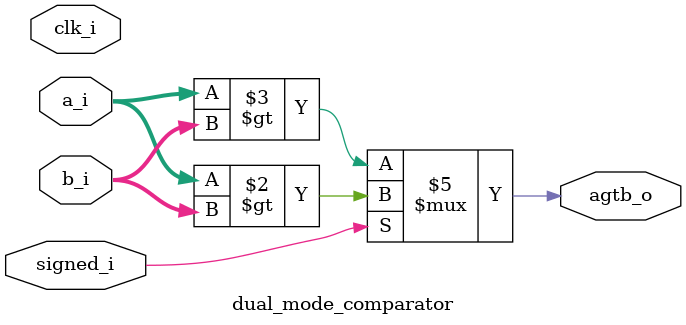
<source format=sv>

`timescale 1ns/1ps
`default_nettype none

module dual_mode_comparator
    (
        input wire clk_i,
        input wire [7:0] a_i, b_i,
        input wire signed_i,
        output logic agtb_o
    );

    always_comb begin
        if (signed_i) begin
            agtb_o = $signed(a_i) > $signed(b_i);
        end else begin
            agtb_o = a_i > b_i;
        end
    end


endmodule

</source>
